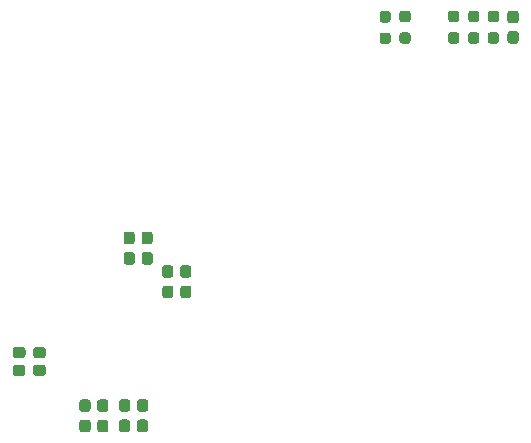
<source format=gbp>
G04 #@! TF.GenerationSoftware,KiCad,Pcbnew,(5.1.12)-1*
G04 #@! TF.CreationDate,2022-06-02T09:48:45-07:00*
G04 #@! TF.ProjectId,vera-module-rev4,76657261-2d6d-46f6-9475-6c652d726576,rev?*
G04 #@! TF.SameCoordinates,Original*
G04 #@! TF.FileFunction,Paste,Bot*
G04 #@! TF.FilePolarity,Positive*
%FSLAX46Y46*%
G04 Gerber Fmt 4.6, Leading zero omitted, Abs format (unit mm)*
G04 Created by KiCad (PCBNEW (5.1.12)-1) date 2022-06-02 09:48:45*
%MOMM*%
%LPD*%
G01*
G04 APERTURE LIST*
G04 APERTURE END LIST*
G36*
G01*
X180750200Y-105490200D02*
X181225200Y-105490200D01*
G75*
G02*
X181462700Y-105727700I0J-237500D01*
G01*
X181462700Y-106227700D01*
G75*
G02*
X181225200Y-106465200I-237500J0D01*
G01*
X180750200Y-106465200D01*
G75*
G02*
X180512700Y-106227700I0J237500D01*
G01*
X180512700Y-105727700D01*
G75*
G02*
X180750200Y-105490200I237500J0D01*
G01*
G37*
G36*
G01*
X180750200Y-103665200D02*
X181225200Y-103665200D01*
G75*
G02*
X181462700Y-103902700I0J-237500D01*
G01*
X181462700Y-104402700D01*
G75*
G02*
X181225200Y-104640200I-237500J0D01*
G01*
X180750200Y-104640200D01*
G75*
G02*
X180512700Y-104402700I0J237500D01*
G01*
X180512700Y-103902700D01*
G75*
G02*
X180750200Y-103665200I237500J0D01*
G01*
G37*
G36*
G01*
X188230500Y-105492100D02*
X188705500Y-105492100D01*
G75*
G02*
X188943000Y-105729600I0J-237500D01*
G01*
X188943000Y-106229600D01*
G75*
G02*
X188705500Y-106467100I-237500J0D01*
G01*
X188230500Y-106467100D01*
G75*
G02*
X187993000Y-106229600I0J237500D01*
G01*
X187993000Y-105729600D01*
G75*
G02*
X188230500Y-105492100I237500J0D01*
G01*
G37*
G36*
G01*
X188230500Y-103667100D02*
X188705500Y-103667100D01*
G75*
G02*
X188943000Y-103904600I0J-237500D01*
G01*
X188943000Y-104404600D01*
G75*
G02*
X188705500Y-104642100I-237500J0D01*
G01*
X188230500Y-104642100D01*
G75*
G02*
X187993000Y-104404600I0J237500D01*
G01*
X187993000Y-103904600D01*
G75*
G02*
X188230500Y-103667100I237500J0D01*
G01*
G37*
G36*
G01*
X179061100Y-105515600D02*
X179536100Y-105515600D01*
G75*
G02*
X179773600Y-105753100I0J-237500D01*
G01*
X179773600Y-106253100D01*
G75*
G02*
X179536100Y-106490600I-237500J0D01*
G01*
X179061100Y-106490600D01*
G75*
G02*
X178823600Y-106253100I0J237500D01*
G01*
X178823600Y-105753100D01*
G75*
G02*
X179061100Y-105515600I237500J0D01*
G01*
G37*
G36*
G01*
X179061100Y-103690600D02*
X179536100Y-103690600D01*
G75*
G02*
X179773600Y-103928100I0J-237500D01*
G01*
X179773600Y-104428100D01*
G75*
G02*
X179536100Y-104665600I-237500J0D01*
G01*
X179061100Y-104665600D01*
G75*
G02*
X178823600Y-104428100I0J237500D01*
G01*
X178823600Y-103928100D01*
G75*
G02*
X179061100Y-103690600I237500J0D01*
G01*
G37*
G36*
G01*
X184865000Y-105490200D02*
X185340000Y-105490200D01*
G75*
G02*
X185577500Y-105727700I0J-237500D01*
G01*
X185577500Y-106227700D01*
G75*
G02*
X185340000Y-106465200I-237500J0D01*
G01*
X184865000Y-106465200D01*
G75*
G02*
X184627500Y-106227700I0J237500D01*
G01*
X184627500Y-105727700D01*
G75*
G02*
X184865000Y-105490200I237500J0D01*
G01*
G37*
G36*
G01*
X184865000Y-103665200D02*
X185340000Y-103665200D01*
G75*
G02*
X185577500Y-103902700I0J-237500D01*
G01*
X185577500Y-104402700D01*
G75*
G02*
X185340000Y-104640200I-237500J0D01*
G01*
X184865000Y-104640200D01*
G75*
G02*
X184627500Y-104402700I0J237500D01*
G01*
X184627500Y-103902700D01*
G75*
G02*
X184865000Y-103665200I237500J0D01*
G01*
G37*
G36*
G01*
X186566800Y-105490200D02*
X187041800Y-105490200D01*
G75*
G02*
X187279300Y-105727700I0J-237500D01*
G01*
X187279300Y-106227700D01*
G75*
G02*
X187041800Y-106465200I-237500J0D01*
G01*
X186566800Y-106465200D01*
G75*
G02*
X186329300Y-106227700I0J237500D01*
G01*
X186329300Y-105727700D01*
G75*
G02*
X186566800Y-105490200I237500J0D01*
G01*
G37*
G36*
G01*
X186566800Y-103665200D02*
X187041800Y-103665200D01*
G75*
G02*
X187279300Y-103902700I0J-237500D01*
G01*
X187279300Y-104402700D01*
G75*
G02*
X187041800Y-104640200I-237500J0D01*
G01*
X186566800Y-104640200D01*
G75*
G02*
X186329300Y-104402700I0J237500D01*
G01*
X186329300Y-103902700D01*
G75*
G02*
X186566800Y-103665200I237500J0D01*
G01*
G37*
G36*
G01*
X189894200Y-105392100D02*
X190369200Y-105392100D01*
G75*
G02*
X190606700Y-105629600I0J-237500D01*
G01*
X190606700Y-106229600D01*
G75*
G02*
X190369200Y-106467100I-237500J0D01*
G01*
X189894200Y-106467100D01*
G75*
G02*
X189656700Y-106229600I0J237500D01*
G01*
X189656700Y-105629600D01*
G75*
G02*
X189894200Y-105392100I237500J0D01*
G01*
G37*
G36*
G01*
X189894200Y-103667100D02*
X190369200Y-103667100D01*
G75*
G02*
X190606700Y-103904600I0J-237500D01*
G01*
X190606700Y-104504600D01*
G75*
G02*
X190369200Y-104742100I-237500J0D01*
G01*
X189894200Y-104742100D01*
G75*
G02*
X189656700Y-104504600I0J237500D01*
G01*
X189656700Y-103904600D01*
G75*
G02*
X189894200Y-103667100I237500J0D01*
G01*
G37*
G36*
G01*
X155159700Y-138296700D02*
X155634700Y-138296700D01*
G75*
G02*
X155872200Y-138534200I0J-237500D01*
G01*
X155872200Y-139134200D01*
G75*
G02*
X155634700Y-139371700I-237500J0D01*
G01*
X155159700Y-139371700D01*
G75*
G02*
X154922200Y-139134200I0J237500D01*
G01*
X154922200Y-138534200D01*
G75*
G02*
X155159700Y-138296700I237500J0D01*
G01*
G37*
G36*
G01*
X155159700Y-136571700D02*
X155634700Y-136571700D01*
G75*
G02*
X155872200Y-136809200I0J-237500D01*
G01*
X155872200Y-137409200D01*
G75*
G02*
X155634700Y-137646700I-237500J0D01*
G01*
X155159700Y-137646700D01*
G75*
G02*
X154922200Y-137409200I0J237500D01*
G01*
X154922200Y-136809200D01*
G75*
G02*
X155159700Y-136571700I237500J0D01*
G01*
G37*
G36*
G01*
X153648400Y-138296700D02*
X154123400Y-138296700D01*
G75*
G02*
X154360900Y-138534200I0J-237500D01*
G01*
X154360900Y-139134200D01*
G75*
G02*
X154123400Y-139371700I-237500J0D01*
G01*
X153648400Y-139371700D01*
G75*
G02*
X153410900Y-139134200I0J237500D01*
G01*
X153410900Y-138534200D01*
G75*
G02*
X153648400Y-138296700I237500J0D01*
G01*
G37*
G36*
G01*
X153648400Y-136571700D02*
X154123400Y-136571700D01*
G75*
G02*
X154360900Y-136809200I0J-237500D01*
G01*
X154360900Y-137409200D01*
G75*
G02*
X154123400Y-137646700I-237500J0D01*
G01*
X153648400Y-137646700D01*
G75*
G02*
X153410900Y-137409200I0J237500D01*
G01*
X153410900Y-136809200D01*
G75*
G02*
X153648400Y-136571700I237500J0D01*
G01*
G37*
G36*
G01*
X157001200Y-138271300D02*
X157476200Y-138271300D01*
G75*
G02*
X157713700Y-138508800I0J-237500D01*
G01*
X157713700Y-139108800D01*
G75*
G02*
X157476200Y-139346300I-237500J0D01*
G01*
X157001200Y-139346300D01*
G75*
G02*
X156763700Y-139108800I0J237500D01*
G01*
X156763700Y-138508800D01*
G75*
G02*
X157001200Y-138271300I237500J0D01*
G01*
G37*
G36*
G01*
X157001200Y-136546300D02*
X157476200Y-136546300D01*
G75*
G02*
X157713700Y-136783800I0J-237500D01*
G01*
X157713700Y-137383800D01*
G75*
G02*
X157476200Y-137621300I-237500J0D01*
G01*
X157001200Y-137621300D01*
G75*
G02*
X156763700Y-137383800I0J237500D01*
G01*
X156763700Y-136783800D01*
G75*
G02*
X157001200Y-136546300I237500J0D01*
G01*
G37*
G36*
G01*
X158525200Y-138273500D02*
X159000200Y-138273500D01*
G75*
G02*
X159237700Y-138511000I0J-237500D01*
G01*
X159237700Y-139111000D01*
G75*
G02*
X159000200Y-139348500I-237500J0D01*
G01*
X158525200Y-139348500D01*
G75*
G02*
X158287700Y-139111000I0J237500D01*
G01*
X158287700Y-138511000D01*
G75*
G02*
X158525200Y-138273500I237500J0D01*
G01*
G37*
G36*
G01*
X158525200Y-136548500D02*
X159000200Y-136548500D01*
G75*
G02*
X159237700Y-136786000I0J-237500D01*
G01*
X159237700Y-137386000D01*
G75*
G02*
X159000200Y-137623500I-237500J0D01*
G01*
X158525200Y-137623500D01*
G75*
G02*
X158287700Y-137386000I0J237500D01*
G01*
X158287700Y-136786000D01*
G75*
G02*
X158525200Y-136548500I237500J0D01*
G01*
G37*
G36*
G01*
X148837600Y-133874500D02*
X148837600Y-134349500D01*
G75*
G02*
X148600100Y-134587000I-237500J0D01*
G01*
X148000100Y-134587000D01*
G75*
G02*
X147762600Y-134349500I0J237500D01*
G01*
X147762600Y-133874500D01*
G75*
G02*
X148000100Y-133637000I237500J0D01*
G01*
X148600100Y-133637000D01*
G75*
G02*
X148837600Y-133874500I0J-237500D01*
G01*
G37*
G36*
G01*
X150562600Y-133874500D02*
X150562600Y-134349500D01*
G75*
G02*
X150325100Y-134587000I-237500J0D01*
G01*
X149725100Y-134587000D01*
G75*
G02*
X149487600Y-134349500I0J237500D01*
G01*
X149487600Y-133874500D01*
G75*
G02*
X149725100Y-133637000I237500J0D01*
G01*
X150325100Y-133637000D01*
G75*
G02*
X150562600Y-133874500I0J-237500D01*
G01*
G37*
G36*
G01*
X148850300Y-132375900D02*
X148850300Y-132850900D01*
G75*
G02*
X148612800Y-133088400I-237500J0D01*
G01*
X148012800Y-133088400D01*
G75*
G02*
X147775300Y-132850900I0J237500D01*
G01*
X147775300Y-132375900D01*
G75*
G02*
X148012800Y-132138400I237500J0D01*
G01*
X148612800Y-132138400D01*
G75*
G02*
X148850300Y-132375900I0J-237500D01*
G01*
G37*
G36*
G01*
X150575300Y-132375900D02*
X150575300Y-132850900D01*
G75*
G02*
X150337800Y-133088400I-237500J0D01*
G01*
X149737800Y-133088400D01*
G75*
G02*
X149500300Y-132850900I0J237500D01*
G01*
X149500300Y-132375900D01*
G75*
G02*
X149737800Y-132138400I237500J0D01*
G01*
X150337800Y-132138400D01*
G75*
G02*
X150575300Y-132375900I0J-237500D01*
G01*
G37*
G36*
G01*
X159393900Y-123450300D02*
X158918900Y-123450300D01*
G75*
G02*
X158681400Y-123212800I0J237500D01*
G01*
X158681400Y-122612800D01*
G75*
G02*
X158918900Y-122375300I237500J0D01*
G01*
X159393900Y-122375300D01*
G75*
G02*
X159631400Y-122612800I0J-237500D01*
G01*
X159631400Y-123212800D01*
G75*
G02*
X159393900Y-123450300I-237500J0D01*
G01*
G37*
G36*
G01*
X159393900Y-125175300D02*
X158918900Y-125175300D01*
G75*
G02*
X158681400Y-124937800I0J237500D01*
G01*
X158681400Y-124337800D01*
G75*
G02*
X158918900Y-124100300I237500J0D01*
G01*
X159393900Y-124100300D01*
G75*
G02*
X159631400Y-124337800I0J-237500D01*
G01*
X159631400Y-124937800D01*
G75*
G02*
X159393900Y-125175300I-237500J0D01*
G01*
G37*
G36*
G01*
X157869900Y-123449200D02*
X157394900Y-123449200D01*
G75*
G02*
X157157400Y-123211700I0J237500D01*
G01*
X157157400Y-122611700D01*
G75*
G02*
X157394900Y-122374200I237500J0D01*
G01*
X157869900Y-122374200D01*
G75*
G02*
X158107400Y-122611700I0J-237500D01*
G01*
X158107400Y-123211700D01*
G75*
G02*
X157869900Y-123449200I-237500J0D01*
G01*
G37*
G36*
G01*
X157869900Y-125174200D02*
X157394900Y-125174200D01*
G75*
G02*
X157157400Y-124936700I0J237500D01*
G01*
X157157400Y-124336700D01*
G75*
G02*
X157394900Y-124099200I237500J0D01*
G01*
X157869900Y-124099200D01*
G75*
G02*
X158107400Y-124336700I0J-237500D01*
G01*
X158107400Y-124936700D01*
G75*
G02*
X157869900Y-125174200I-237500J0D01*
G01*
G37*
G36*
G01*
X162657800Y-126282400D02*
X162182800Y-126282400D01*
G75*
G02*
X161945300Y-126044900I0J237500D01*
G01*
X161945300Y-125444900D01*
G75*
G02*
X162182800Y-125207400I237500J0D01*
G01*
X162657800Y-125207400D01*
G75*
G02*
X162895300Y-125444900I0J-237500D01*
G01*
X162895300Y-126044900D01*
G75*
G02*
X162657800Y-126282400I-237500J0D01*
G01*
G37*
G36*
G01*
X162657800Y-128007400D02*
X162182800Y-128007400D01*
G75*
G02*
X161945300Y-127769900I0J237500D01*
G01*
X161945300Y-127169900D01*
G75*
G02*
X162182800Y-126932400I237500J0D01*
G01*
X162657800Y-126932400D01*
G75*
G02*
X162895300Y-127169900I0J-237500D01*
G01*
X162895300Y-127769900D01*
G75*
G02*
X162657800Y-128007400I-237500J0D01*
G01*
G37*
G36*
G01*
X161133800Y-126282400D02*
X160658800Y-126282400D01*
G75*
G02*
X160421300Y-126044900I0J237500D01*
G01*
X160421300Y-125444900D01*
G75*
G02*
X160658800Y-125207400I237500J0D01*
G01*
X161133800Y-125207400D01*
G75*
G02*
X161371300Y-125444900I0J-237500D01*
G01*
X161371300Y-126044900D01*
G75*
G02*
X161133800Y-126282400I-237500J0D01*
G01*
G37*
G36*
G01*
X161133800Y-128007400D02*
X160658800Y-128007400D01*
G75*
G02*
X160421300Y-127769900I0J237500D01*
G01*
X160421300Y-127169900D01*
G75*
G02*
X160658800Y-126932400I237500J0D01*
G01*
X161133800Y-126932400D01*
G75*
G02*
X161371300Y-127169900I0J-237500D01*
G01*
X161371300Y-127769900D01*
G75*
G02*
X161133800Y-128007400I-237500J0D01*
G01*
G37*
M02*

</source>
